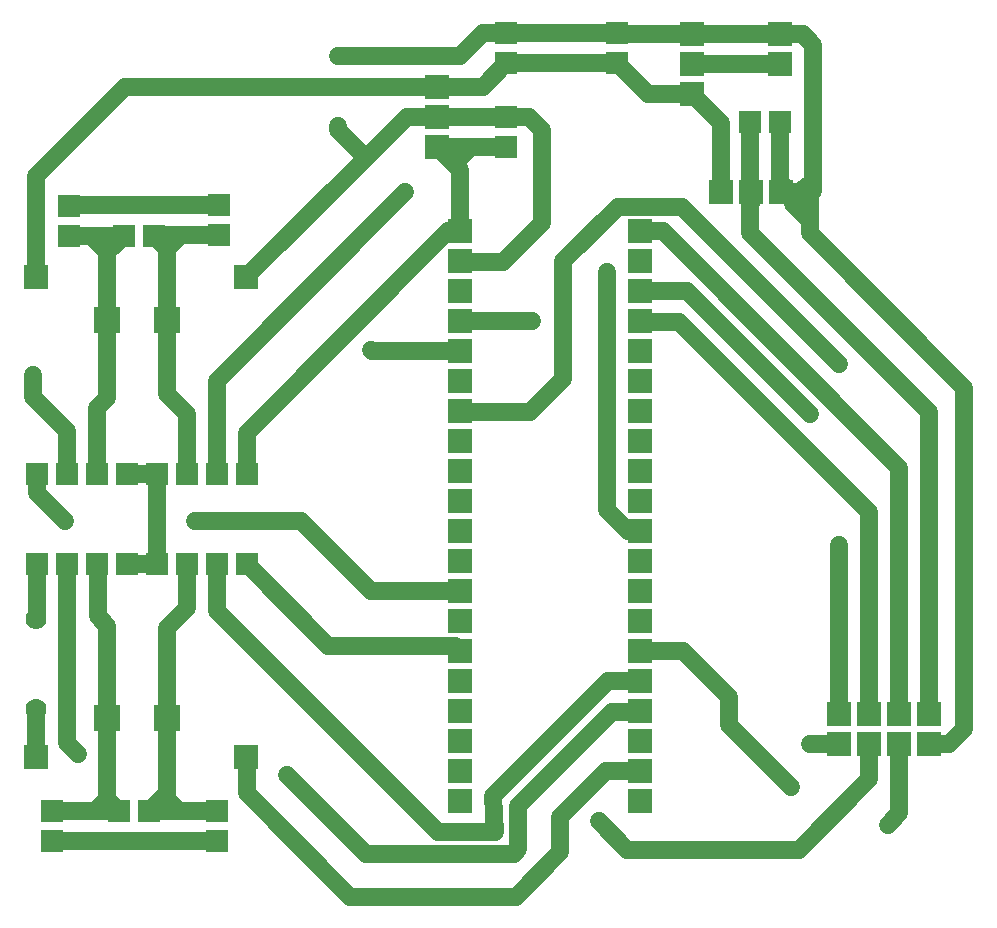
<source format=gbr>
G04 PROTEUS RS274X GERBER FILE*
%FSLAX45Y45*%
%MOMM*%
G01*
%ADD10C,1.524000*%
%ADD11C,0.762000*%
%ADD12R,1.905000X1.905000*%
%ADD13R,2.032000X2.032000*%
%ADD14R,2.286000X2.286000*%
%ADD15C,1.778000*%
D10*
X+2080000Y+776000D02*
X+680000Y+776000D01*
X+1658000Y+1184000D02*
X+1658000Y+1129160D01*
X+1757160Y+1030000D01*
X+1504000Y+1030000D02*
X+1757160Y+1030000D01*
X+2080000Y+1030000D01*
X+1658000Y+1820000D02*
X+1658000Y+1184000D01*
X+1504000Y+1030000D01*
X+1150000Y+1130000D02*
X+1050000Y+1030000D01*
X+1043766Y+1030000D01*
X+680000Y+1030000D02*
X+1043766Y+1030000D01*
X+1050000Y+1030000D02*
X+1250000Y+1030000D01*
X+1150000Y+1130000D02*
X+1250000Y+1030000D01*
X+2100000Y+6160000D02*
X+836000Y+6160000D01*
X+830000Y+6154000D01*
X+1760000Y+5906000D02*
X+1760000Y+5888000D01*
X+1658000Y+5786000D01*
X+2100000Y+5906000D02*
X+1760000Y+5906000D01*
X+1550000Y+5906000D01*
X+1544000Y+5900000D01*
X+1658000Y+5786000D01*
X+1658000Y+5190000D01*
X+1150000Y+5760000D02*
X+1020000Y+5890000D01*
X+1020000Y+5900000D01*
X+1290000Y+5900000D02*
X+1020000Y+5900000D01*
X+830000Y+5900000D01*
X+1290000Y+5900000D02*
X+1150000Y+5760000D01*
X+1150000Y+5190000D01*
X+6850000Y+7610000D02*
X+6100000Y+7610000D01*
X+6850000Y+7356000D02*
X+6100000Y+7356000D01*
X+7100000Y+5924000D02*
X+7112000Y+5912000D01*
X+8408194Y+4615806D01*
X+8408194Y+1728195D01*
X+8279999Y+1600000D01*
X+8110000Y+1600000D01*
X+6850000Y+7610000D02*
X+7039999Y+7610000D01*
X+7130000Y+7519999D01*
X+7130000Y+6280000D01*
X+7100000Y+6250000D01*
X+7075000Y+6225000D01*
X+6100000Y+7102000D02*
X+5728000Y+7102000D01*
X+5470000Y+7360000D01*
X+6100000Y+7610000D02*
X+5474000Y+7610000D01*
X+5470000Y+7614000D01*
X+4530000Y+7614000D01*
X+5470000Y+7360000D02*
X+4530000Y+7360000D01*
X+4530000Y+6910000D02*
X+3940000Y+6910000D01*
X+3940000Y+7164000D02*
X+4334000Y+7164000D01*
X+4530000Y+7360000D01*
X+3940000Y+7164000D02*
X+1304000Y+7164000D01*
X+550000Y+6410000D01*
X+550000Y+5550000D01*
X+3940000Y+6910000D02*
X+3688000Y+6910000D01*
X+3339000Y+6561000D01*
X+2328000Y+5550000D01*
X+3339000Y+6561000D02*
X+3105960Y+6794040D01*
X+3105960Y+6828605D01*
X+3105960Y+7418705D02*
X+4138704Y+7418705D01*
X+4333999Y+7614000D01*
X+4530000Y+7614000D01*
X+1568000Y+3118000D02*
X+1314000Y+3118000D01*
X+550000Y+1890000D02*
X+550000Y+1486000D01*
X+552000Y+3118000D02*
X+552000Y+2654000D01*
X+550000Y+2652000D01*
X+1150000Y+1760000D02*
X+1150000Y+1820000D01*
X+1150000Y+2600000D01*
X+1070000Y+2680000D01*
X+1070000Y+3108000D01*
X+1060000Y+3118000D01*
X+1150000Y+1760000D02*
X+1150000Y+1130000D01*
X+1658000Y+1820000D02*
X+1658000Y+2580278D01*
X+1824432Y+2746710D01*
X+1824432Y+3115568D01*
X+1822000Y+3118000D01*
X+1658000Y+5190000D02*
X+1658000Y+4559954D01*
X+1824432Y+4393522D01*
X+1824432Y+3975250D01*
X+1822000Y+3880000D01*
X+1150000Y+5190000D02*
X+1150000Y+4530000D01*
X+1060000Y+4440000D01*
X+1060000Y+3880000D01*
X+7602000Y+1854000D02*
X+7602000Y+3565640D01*
X+5993334Y+5174306D01*
X+5665694Y+5174306D01*
X+5664000Y+5176000D01*
X+4140000Y+5938000D02*
X+4035333Y+5938000D01*
X+2330000Y+4232667D01*
X+2330000Y+3880000D01*
X+4230000Y+6656000D02*
X+4092000Y+6518000D01*
X+4078000Y+6518000D01*
X+4530000Y+6656000D02*
X+4230000Y+6656000D01*
X+3940000Y+6656000D01*
X+4140000Y+5938000D02*
X+4140000Y+6456000D01*
X+4078000Y+6518000D01*
X+3940000Y+6656000D01*
X+4530000Y+6910000D02*
X+4720000Y+6910000D01*
X+4830000Y+6800000D01*
X+4830000Y+6010000D01*
X+4500000Y+5680000D01*
X+4144000Y+5680000D01*
X+4140000Y+5684000D01*
X+4140000Y+2382000D02*
X+4092000Y+2430000D01*
X+3018000Y+2430000D01*
X+2330000Y+3118000D01*
X+7348000Y+1600000D02*
X+7099694Y+1600000D01*
X+7097938Y+1601756D01*
X+7097938Y+4393816D02*
X+6061754Y+5430000D01*
X+5664000Y+5430000D01*
X+7856000Y+1600000D02*
X+7856000Y+1011548D01*
X+7760468Y+916016D01*
X+6936953Y+1233516D02*
X+6411094Y+1759375D01*
X+6411094Y+1997500D01*
X+6024141Y+2384453D01*
X+5666453Y+2384453D01*
X+5664000Y+2382000D01*
X+4140000Y+4922000D02*
X+3393663Y+4922000D01*
X+3379880Y+4935783D01*
X+520000Y+4720000D02*
X+520000Y+4536506D01*
X+809278Y+4247228D01*
X+809278Y+3883278D01*
X+806000Y+3880000D01*
X+2076000Y+3880000D02*
X+2076000Y+4672385D01*
X+3670602Y+6266987D01*
X+5384337Y+5593734D02*
X+5384337Y+3575663D01*
X+5562000Y+3398000D01*
X+5664000Y+3398000D01*
X+1568000Y+3880000D02*
X+1540000Y+3880000D01*
X+1314000Y+3880000D01*
X+2076000Y+3118000D02*
X+2076000Y+2724001D01*
X+3950001Y+850000D01*
X+4430000Y+850000D01*
X+4420000Y+1153846D01*
X+5393858Y+2127704D01*
X+5663704Y+2127704D01*
X+5664000Y+2128000D01*
X+806000Y+3118000D02*
X+806000Y+1607955D01*
X+900544Y+1513411D01*
X+2674402Y+1333954D02*
X+3338356Y+670000D01*
X+4591860Y+670000D01*
X+4627717Y+705857D01*
X+4627717Y+1071672D01*
X+5428369Y+1872324D01*
X+5662324Y+1872324D01*
X+5664000Y+1874000D01*
X+7602000Y+1600000D02*
X+7602000Y+1300989D01*
X+7004938Y+703927D01*
X+5553509Y+703927D01*
X+5315061Y+942375D01*
X+5315061Y+942376D01*
X+4743828Y+5174811D02*
X+4141189Y+5174811D01*
X+4140000Y+5176000D01*
X+5664000Y+1366000D02*
X+5369828Y+1366000D01*
X+4986379Y+982551D01*
X+4986379Y+679423D01*
X+4610083Y+303127D01*
X+3206873Y+303127D01*
X+2330000Y+1180000D01*
X+2330000Y+1484000D01*
X+2328000Y+1486000D01*
X+5664000Y+5938000D02*
X+5852000Y+5938000D01*
X+7856000Y+3934000D01*
X+7856000Y+1854000D01*
X+6844000Y+6860000D02*
X+6844000Y+6350000D01*
X+6854000Y+6350000D01*
X+6100000Y+7102000D02*
X+6346000Y+6856000D01*
X+6346000Y+6270000D01*
X+6954000Y+6170000D02*
X+7100000Y+6024000D01*
X+7100000Y+5924000D01*
X+7100000Y+6250000D02*
X+7100000Y+6024000D01*
X+7075000Y+6225000D02*
X+7020000Y+6170000D01*
X+6954000Y+6170000D01*
X+7075000Y+6225000D02*
X+7075000Y+6325000D01*
X+7020000Y+6270000D01*
X+6934000Y+6270000D01*
X+6854000Y+6270000D01*
X+6854000Y+6350000D02*
X+6934000Y+6270000D01*
X+6979000Y+6225000D01*
X+7075000Y+6225000D01*
X+6854000Y+6350000D02*
X+6854000Y+6270000D01*
X+8110000Y+1854000D02*
X+8110000Y+4410000D01*
X+6594538Y+5925462D01*
X+6594538Y+6170000D01*
X+6594538Y+6264538D01*
X+6600000Y+6270000D01*
X+6594538Y+6170000D02*
X+6600000Y+6170000D01*
X+6590000Y+6860000D02*
X+6590000Y+6270000D01*
X+6600000Y+6270000D01*
X+6590000Y+6270000D02*
X+6590000Y+6170000D01*
X+6594538Y+6170000D01*
X+7348000Y+1854000D02*
X+7348000Y+3282025D01*
X+7346404Y+3283621D01*
X+7346404Y+4816856D02*
X+6016367Y+6146893D01*
X+5988659Y+6146893D01*
X+5471423Y+6146893D01*
X+5009604Y+5685074D01*
X+5009604Y+4687548D01*
X+4732513Y+4410457D01*
X+4143543Y+4410457D01*
X+4140000Y+4414000D01*
X+1568000Y+3880000D02*
X+1568000Y+3118000D01*
X+552000Y+3880000D02*
X+552000Y+3723037D01*
X+790657Y+3484380D01*
X+1890705Y+3484380D02*
X+2792992Y+3484380D01*
X+3386277Y+2891095D01*
X+4138905Y+2891095D01*
X+4140000Y+2890000D01*
D11*
X+3105960Y+6828605D03*
X+3105960Y+7418705D03*
X+7097938Y+1601756D03*
X+7097938Y+4393816D03*
X+7760468Y+916016D03*
X+6936953Y+1233516D03*
X+3379880Y+4935783D03*
X+520000Y+4720000D03*
X+3670602Y+6266987D03*
X+5384337Y+5593734D03*
X+900544Y+1513411D03*
X+2674402Y+1333954D03*
X+5315061Y+942376D03*
X+4743828Y+5174811D03*
X+7346404Y+3283621D03*
X+7346404Y+4816856D03*
X+790657Y+3484380D03*
X+1890705Y+3484380D03*
D12*
X+5470000Y+7360000D03*
X+5470000Y+7614000D03*
X+4530000Y+7360000D03*
X+4530000Y+7614000D03*
X+6844000Y+6860000D03*
X+6590000Y+6860000D03*
X+4530000Y+6910000D03*
X+4530000Y+6656000D03*
X+2100000Y+6160000D03*
X+2100000Y+5906000D03*
X+830000Y+6154000D03*
X+830000Y+5900000D03*
X+1544000Y+5900000D03*
X+1290000Y+5900000D03*
X+2080000Y+776000D03*
X+2080000Y+1030000D03*
X+1504000Y+1030000D03*
X+1250000Y+1030000D03*
X+680000Y+776000D03*
X+680000Y+1030000D03*
D13*
X+550000Y+5550000D03*
X+2328000Y+5550000D03*
X+550000Y+1486000D03*
X+2328000Y+1486000D03*
X+6850000Y+7610000D03*
X+6850000Y+7356000D03*
X+7856000Y+1600000D03*
X+7856000Y+1854000D03*
X+8110000Y+1600000D03*
X+7348000Y+1854000D03*
X+7348000Y+1600000D03*
X+7602000Y+1854000D03*
X+7602000Y+1600000D03*
X+8110000Y+1854000D03*
X+5664000Y+1112000D03*
X+4140000Y+5430000D03*
X+4140000Y+5938000D03*
X+5664000Y+1620000D03*
X+4140000Y+2382000D03*
X+4140000Y+2636000D03*
X+4140000Y+2890000D03*
X+4140000Y+3144000D03*
X+4140000Y+3398000D03*
X+4140000Y+3652000D03*
X+4140000Y+3906000D03*
X+4140000Y+4160000D03*
X+5664000Y+4922000D03*
X+5664000Y+4668000D03*
X+5664000Y+4414000D03*
X+5664000Y+4160000D03*
X+5664000Y+3906000D03*
X+5664000Y+3652000D03*
X+4140000Y+4414000D03*
X+4140000Y+4668000D03*
X+4140000Y+4922000D03*
X+5664000Y+3398000D03*
X+5664000Y+3144000D03*
X+5664000Y+2890000D03*
X+5664000Y+2636000D03*
X+5664000Y+2382000D03*
X+5664000Y+2128000D03*
X+5664000Y+1874000D03*
X+4140000Y+5176000D03*
X+5664000Y+5938000D03*
X+5664000Y+5684000D03*
X+5664000Y+5430000D03*
X+5664000Y+5176000D03*
X+4140000Y+1366000D03*
X+4140000Y+1620000D03*
X+4140000Y+1874000D03*
X+5664000Y+1366000D03*
X+4140000Y+5684000D03*
X+4140000Y+2128000D03*
X+4140000Y+1112000D03*
D12*
X+2330000Y+3118000D03*
X+2076000Y+3118000D03*
X+1822000Y+3118000D03*
X+1568000Y+3118000D03*
X+1314000Y+3118000D03*
X+1060000Y+3118000D03*
X+806000Y+3118000D03*
X+552000Y+3118000D03*
X+552000Y+3880000D03*
X+806000Y+3880000D03*
X+1060000Y+3880000D03*
X+1314000Y+3880000D03*
X+1568000Y+3880000D03*
X+1822000Y+3880000D03*
X+2076000Y+3880000D03*
X+2330000Y+3880000D03*
D13*
X+3940000Y+7164000D03*
X+3940000Y+6910000D03*
X+3940000Y+6656000D03*
X+6854000Y+6270000D03*
X+6600000Y+6270000D03*
X+6346000Y+6270000D03*
D14*
X+1658000Y+5190000D03*
X+1150000Y+5190000D03*
X+1658000Y+1820000D03*
X+1150000Y+1820000D03*
D15*
X+550000Y+1890000D03*
X+550000Y+2652000D03*
D13*
X+6100000Y+7610000D03*
X+6100000Y+7356000D03*
X+6100000Y+7102000D03*
M02*

</source>
